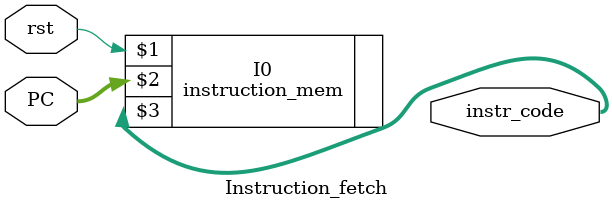
<source format=v>
`timescale 1ns / 1ps

module Instruction_fetch(
    
    input rst,
    input [31:0]PC,
    output [31:0]instr_code
    );
    
    instruction_mem I0(rst, PC, instr_code);
    
    
endmodule

</source>
